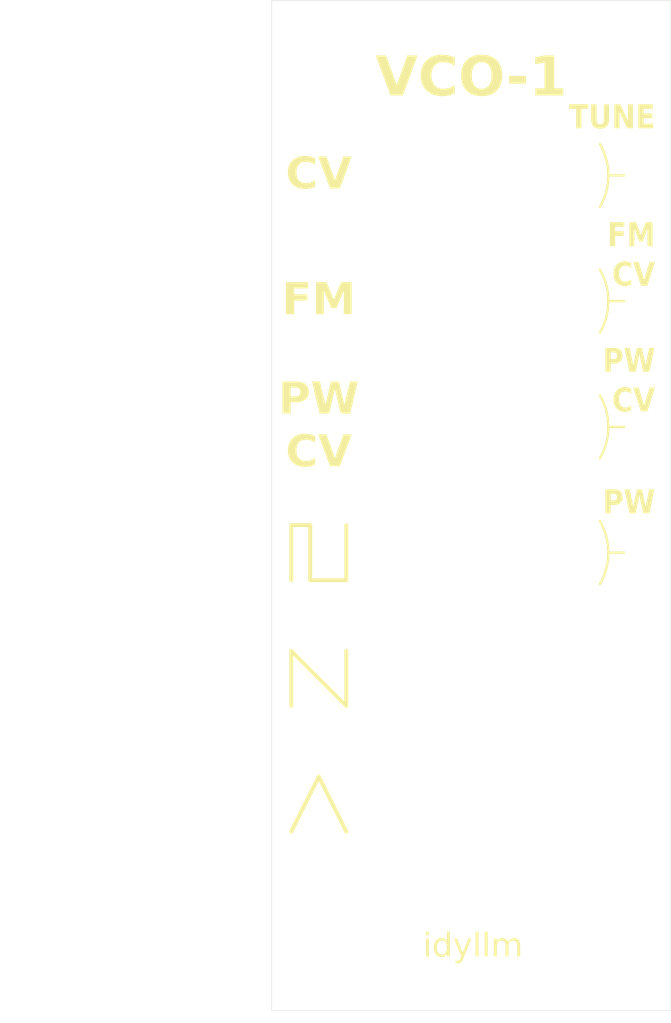
<source format=kicad_pcb>
(kicad_pcb (version 20240108) (generator "pcbnew") (generator_version "8.0")
  (layers (0 "F.Cu" signal) (31 "B.Cu" signal) (34 "B.Paste" user) (35 "F.Paste" user) (36 "B.SilkS" user "B.Silkscreen") (37 "F.SilkS" user "F.Silkscreen") (38 "B.Mask" user) (39 "F.Mask" user) (44 "Edge.Cuts" user))
  (net 0 "")
  (footprint "Custom_Holes:MJ-3502_Mounting_Hole" (layer "F.Cu") (at 116 132.25)
    (property "Reference" "H9" (hide yes))
    (property "Value" "MountingHole")
    (pad "" np_thru_hole circle (at 0 0) (size 6.4 6.4) (drill 6.4) (layers "F&B.Cu" "*.Mask"))
  )
  (footprint "MountingHole:MountingHole_3.2mm_M3_DIN965" (layer "F.Cu") (at 107.5 33)
    (property "Reference" "H3" (hide yes))
    (property "Value" "MountingHole")
    (pad "" np_thru_hole circle (at 0 0) (size 3.2 3.2) (drill 3.2) (layers "*.Cu" "*.Mask"))
  )
  (footprint "Custom_Holes:MJ-3502_Mounting_Hole" (layer "F.Cu") (at 116 116.25)
    (property "Reference" "H8" (hide yes))
    (property "Value" "MountingHole")
    (pad "" np_thru_hole circle (at 0 0) (size 6.4 6.4) (drill 6.4) (layers "F&B.Cu" "*.Mask"))
  )
  (footprint "Custom_Holes:PTV09A_NoBushing_MountingHole" (layer "F.Cu") (at 134.8 52.25)
    (property "Reference" "H2" (hide yes))
    (property "Value" "MountingHole")
    (pad "" np_thru_hole circle (at 0 0) (size 6.8 6.8) (drill 6.8) (layers "F&B.Cu" "*.Mask"))
  )
  (footprint "MountingHole:MountingHole_3.2mm_M3_DIN965" (layer "F.Cu") (at 107.5 155.5)
    (property "Reference" "H4" (hide yes))
    (property "Value" "MountingHole")
    (pad "" np_thru_hole circle (at 0 0) (size 3.2 3.2) (drill 3.2) (layers "*.Cu" "*.Mask"))
  )
  (footprint "Custom_Holes:MJ-3502_Mounting_Hole" (layer "F.Cu") (at 116 68.25)
    (property "Reference" "H5" (hide yes))
    (property "Value" "MountingHole")
    (pad "" np_thru_hole circle (at 0 0) (size 6.4 6.4) (drill 6.4) (layers "F&B.Cu" "*.Mask"))
  )
  (footprint "Custom_Holes:PTV09A_NoBushing_MountingHole" (layer "F.Cu") (at 134.8 84.25)
    (property "Reference" "H11" (hide yes))
    (property "Value" "MountingHole")
    (pad "" np_thru_hole circle (at 0 0) (size 6.8 6.8) (drill 6.8) (layers "F&B.Cu" "*.Mask"))
  )
  (footprint "Custom_Holes:MJ-3502_Mounting_Hole" (layer "F.Cu") (at 116 84.25)
    (property "Reference" "H6" (hide yes))
    (property "Value" "MountingHole")
    (pad "" np_thru_hole circle (at 0 0) (size 6.4 6.4) (drill 6.4) (layers "F&B.Cu" "*.Mask"))
  )
  (footprint "Custom_Holes:MJ-3502_Mounting_Hole" (layer "F.Cu") (at 116 100.25)
    (property "Reference" "H7" (hide yes))
    (property "Value" "MountingHole")
    (pad "" np_thru_hole circle (at 0 0) (size 6.4 6.4) (drill 6.4) (layers "F&B.Cu" "*.Mask"))
  )
  (footprint "Custom_Holes:PTV09A_NoBushing_MountingHole" (layer "F.Cu") (at 134.8 100.25)
    (property "Reference" "H12" (hide yes))
    (property "Value" "MountingHole")
    (pad "" np_thru_hole circle (at 0 0) (size 6.8 6.8) (drill 6.8) (layers "F&B.Cu" "*.Mask"))
  )
  (footprint "MountingHole:MountingHole_3.2mm_M3_DIN965" (layer "F.Cu") (at 143.3 155.5)
    (property "Reference" "H14" (hide yes))
    (property "Value" "MountingHole")
    (pad "" np_thru_hole circle (at 0 0) (size 3.2 3.2) (drill 3.2) (layers "*.Cu" "*.Mask"))
  )
  (footprint "Custom_Holes:PTV09A_NoBushing_MountingHole" (layer "F.Cu") (at 134.8 68.25)
    (property "Reference" "H10" (hide yes))
    (property "Value" "MountingHole")
    (pad "" np_thru_hole circle (at 0 0) (size 6.8 6.8) (drill 6.8) (layers "F&B.Cu" "*.Mask"))
  )
  (footprint "Custom_Holes:MJ-3502_Mounting_Hole" (layer "F.Cu") (at 116 52.25)
    (property "Reference" "H1" (hide yes))
    (property "Value" "MountingHole")
    (pad "" np_thru_hole circle (at 0 0) (size 6.4 6.4) (drill 6.4) (layers "F&B.Cu" "*.Mask"))
  )
  (footprint "MountingHole:MountingHole_3.2mm_M3_DIN965" (layer "F.Cu") (at 143.3 33)
    (property "Reference" "H13" (hide yes))
    (property "Value" "MountingHole")
    (pad "" np_thru_hole circle (at 0 0) (size 3.2 3.2) (drill 3.2) (layers "*.Cu" "*.Mask"))
  )
  (gr_line (start 109.5 112.75) (end 109.5 119.75) (stroke (width 0.5)) (layer "F.SilkS"))
  (gr_line (start 142.836 84.25) (end 144.836 84.25) (stroke (width 0.3)) (layer "F.SilkS"))
  (gr_line (start 102.5 119.75) (end 102.5 112.75) (stroke (width 0.5)) (layer "F.SilkS"))
  (gr_line (start 102.5 96.75) (end 104.9 96.75) (stroke (width 0.5)) (layer "F.SilkS"))
  (gr_line (start 102.5 103.75) (end 102.5 96.75) (stroke (width 0.5)) (layer "F.SilkS"))
  (gr_arc (start 141.764 80.25) (mid 142.835797 84.25) (end 141.764 88.25) (stroke (width 0.3)) (layer "F.SilkS"))
  (gr_line (start 106 128.75) (end 109.5 135.75) (stroke (width 0.5)) (layer "F.SilkS"))
  (gr_line (start 142.836 52.25) (end 144.836 52.25) (stroke (width 0.3)) (layer "F.SilkS"))
  (gr_line (start 109.5 103.75) (end 109.5 96.75) (stroke (width 0.5)) (layer "F.SilkS"))
  (gr_line (start 102.5 135.75) (end 106 128.75) (stroke (width 0.5)) (layer "F.SilkS"))
  (gr_line (start 104.9 103.75) (end 109.5 103.75) (stroke (width 0.5)) (layer "F.SilkS"))
  (gr_arc (start 141.764 64.25) (mid 142.835797 68.25) (end 141.764 72.25) (stroke (width 0.3)) (layer "F.SilkS"))
  (gr_line (start 142.836 100.25) (end 144.836 100.25) (stroke (width 0.3)) (layer "F.SilkS"))
  (gr_line (start 104.9 96.75) (end 104.9 103.75) (stroke (width 0.5)) (layer "F.SilkS"))
  (gr_line (start 142.836 68.25) (end 144.836 68.25) (stroke (width 0.3)) (layer "F.SilkS"))
  (gr_arc (start 141.764 48.25) (mid 142.835797 52.25) (end 141.764 56.25) (stroke (width 0.3)) (layer "F.SilkS"))
  (gr_line (start 102.5 112.75) (end 109.5 119.75) (stroke (width 0.5)) (layer "F.SilkS"))
  (gr_arc (start 141.764 96.25) (mid 142.835797 100.25) (end 141.764 104.25) (stroke (width 0.3)) (layer "F.SilkS"))
  (gr_line (start 100 30) (end 100 158.5) (stroke (width 0.05)) (layer "Edge.Cuts"))
  (gr_line (start 150.8 30) (end 100 30) (stroke (width 0.05)) (layer "Edge.Cuts"))
  (gr_line (start 100 158.5) (end 150.8 158.5) (stroke (width 0.05)) (layer "Edge.Cuts"))
  (gr_line (start 150.8 158.5) (end 150.8 30) (stroke (width 0.05)) (layer "Edge.Cuts"))
  (gr_text "FM" (at 106 68.25 0) (layer "F.SilkS") (effects (font (size 4 4) (thickness 0.5) (bold yes))))
  (gr_text "TUNE" (at 148.8 43.25 0) (layer "F.SilkS") (effects (font (size 3 2.6) (thickness 0.5) (bold yes)) (justify right top)))
  (gr_text "CV" (at 106 52.25 0) (layer "F.SilkS") (effects (font (size 4 4) (thickness 0.5) (bold yes))))
  (gr_text "PW\nCV" (at 148.8 74.25 0) (layer "F.SilkS") (effects (font (size 3 2.6) (thickness 0.5) (bold yes)) (justify right top)))
  (gr_text "FM\nCV\n" (at 148.8 58.25 0) (layer "F.SilkS") (effects (font (size 3 2.6) (thickness 0.5) (bold yes)) (justify right top)))
  (gr_text "idyllm" (at 125.6 150.4 0) (layer "F.SilkS") (effects (font (size 3 3) (thickness 0.375))))
  (gr_text "VCO-1" (at 125.4 40 0) (layer "F.SilkS") (effects (font (size 5 5) (thickness 1) (bold yes))))
  (gr_text "PW" (at 148.8 92.25 0) (layer "F.SilkS") (effects (font (size 3 2.6) (thickness 0.5) (bold yes)) (justify right top)))
  (gr_text "PW\nCV" (at 106 84.25 0) (layer "F.SilkS") (effects (font (size 4 4) (thickness 0.5) (bold yes))))
)
</source>
